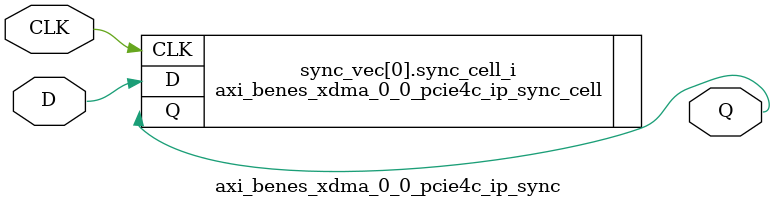
<source format=v>

`timescale 1ps / 1ps

(* DowngradeIPIdentifiedWarnings = "yes" *)
module axi_benes_xdma_0_0_pcie4c_ip_sync #
(
    parameter integer WIDTH = 1, 
    parameter integer STAGE = 3
)
(
    //-------------------------------------------------------------------------- 
    //  Input Ports
    //-------------------------------------------------------------------------- 
    input                               CLK,
    input       [WIDTH-1:0]             D,
    
    //-------------------------------------------------------------------------- 
    //  Output Ports
    //-------------------------------------------------------------------------- 
    output      [WIDTH-1:0]             Q
);                                                        



//--------------------------------------------------------------------------------------------------
//  Generate Synchronizer - Begin
//--------------------------------------------------------------------------------------------------
genvar i;

generate for (i=0; i<WIDTH; i=i+1) 

    begin : sync_vec

    //----------------------------------------------------------------------
    //  Synchronizer
    //----------------------------------------------------------------------
    axi_benes_xdma_0_0_pcie4c_ip_sync_cell #
    (
        .STAGE                          (STAGE)
    )    
    sync_cell_i
    (
        //------------------------------------------------------------------
        //  Input Ports
        //------------------------------------------------------------------
        .CLK                            (CLK),
        .D                              (D[i]),

        //------------------------------------------------------------------
        //  Output Ports
        //------------------------------------------------------------------
        .Q                              (Q[i])
    );
 
    end   
      
endgenerate 
//--------------------------------------------------------------------------------------------------
//  Generate - End
//--------------------------------------------------------------------------------------------------



endmodule

</source>
